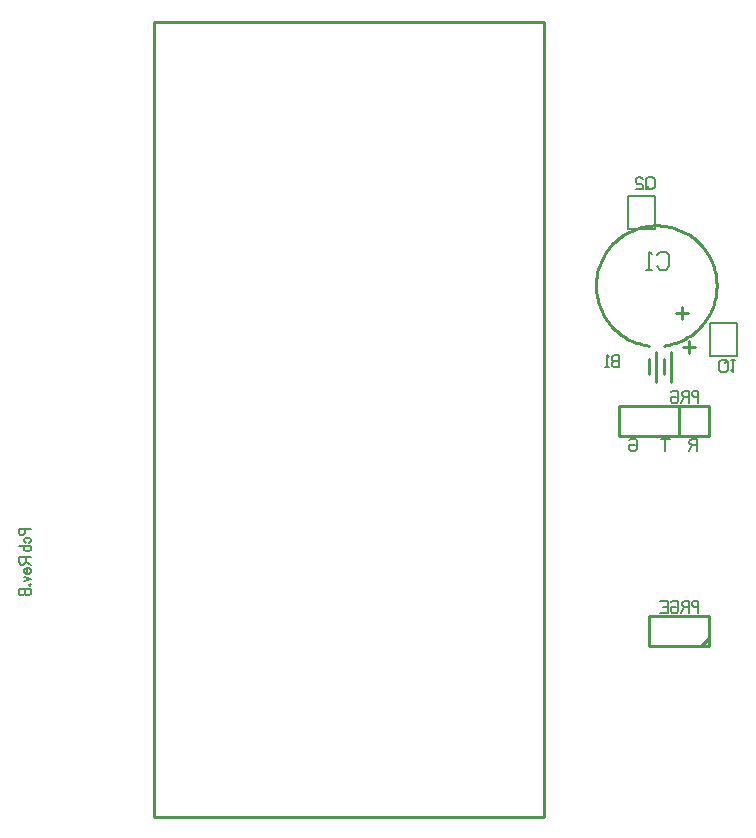
<source format=gbo>
G04 -- Generated By PCBWeb Designer*
%FSLAX24Y24*%
%MOIN*%
%OFA0B0*%
%SFA1.0B1.0*%
%AMROTRECT*21,1,$1,$2,0,0,$3*%
%AMROTOBLONG*1,1,$7,$1,$2*1,1,$7,$3,$4*21,1,$5,$6,0,0,$8*%
%ADD10C,0.025*%
%ADD11R,0.045X0.045*%
%ADD12C,0.03*%
%ADD13R,0.055X0.055*%
%ADD14C,0.045*%
%ADD15C,0.055*%
%ADD16C,0.01*%
%ADD17C,0.008*%
%ADD18C,0.024*%
%ADD19C,0.035*%
%ADD20R,0.065X0.065*%
%ADD21C,0.032*%
%ADD22C,0.065*%
%ADD23C,0.005*%
%ADD24C,0.021*%
%ADD25R,0.0591X0.0512*%
%ADD26R,0.0691X0.0612*%
%ADD27R,0.0236X0.0315*%
%ADD28R,0.0336X0.0415*%
%ADD29C,0.033*%
%ADD30C,0.033*%
%ADD31C,0.026*%
%ADD32C,0.015*%
%ADD33C,0.031*%
%ADD34C,0.052*%
%ADD35C,0.062*%
%ADD36C,0.0*%
%ADD37C,0.0275*%
G01*
%LNERASE*%
%LPC*%
G54D24*
X27150Y9100D02*
X27150Y9500D01*
X27000Y9500D01*
X26950Y9450D01*
X26950Y9350D01*
X27000Y9300D01*
X27150Y9300D01*
X26850Y9100D02*
X26850Y9500D01*
X26675Y9500D01*
X26600Y9425D01*
X26600Y9350D01*
X26675Y9275D01*
X26850Y9275D01*
X26675Y9275D02*
X26575Y9100D01*
X26225Y9450D02*
X26275Y9500D01*
X26425Y9500D01*
X26475Y9450D01*
X26475Y9150D01*
X26425Y9100D01*
X26275Y9100D01*
X26225Y9150D01*
X26225Y9300D01*
X26400Y9300D01*
X25875Y9500D02*
X26125Y9500D01*
X26125Y9100D01*
X25875Y9100D01*
X26125Y9300D02*
X25975Y9300D01*
X27150Y16100D02*
X27150Y16500D01*
X27000Y16500D01*
X26950Y16450D01*
X26950Y16350D01*
X27000Y16300D01*
X27150Y16300D01*
X26850Y16100D02*
X26850Y16500D01*
X26675Y16500D01*
X26600Y16425D01*
X26600Y16350D01*
X26675Y16275D01*
X26850Y16275D01*
X26675Y16275D02*
X26575Y16100D01*
X26225Y16450D02*
X26275Y16500D01*
X26425Y16500D01*
X26475Y16450D01*
X26475Y16150D01*
X26425Y16100D01*
X26275Y16100D01*
X26225Y16150D01*
X26225Y16300D01*
X26400Y16300D01*
X27912Y17525D02*
X27838Y17450D01*
X27838Y17200D01*
X27912Y17125D01*
X28062Y17125D01*
X28138Y17200D01*
X28138Y17450D01*
X28062Y17525D01*
X27912Y17525D01*
X27912Y17525D01*
X28138Y17525D02*
X28038Y17425D01*
X28238Y17525D02*
X28388Y17525D01*
X28312Y17525D02*
X28312Y17125D01*
X28238Y17175D01*
X25619Y23225D02*
X25694Y23300D01*
X25694Y23550D01*
X25619Y23625D01*
X25469Y23625D01*
X25394Y23550D01*
X25394Y23300D01*
X25469Y23225D01*
X25619Y23225D01*
X25619Y23225D01*
X25394Y23225D02*
X25494Y23325D01*
X25294Y23550D02*
X25219Y23625D01*
X25144Y23625D01*
X25069Y23550D01*
X25069Y23450D01*
X25119Y23400D01*
X25244Y23400D01*
X25294Y23350D01*
X25294Y23225D01*
X25069Y23225D01*
G54D31*
X27050Y17950D02*
X26650Y17950D01*
X26850Y17750D02*
X26850Y18150D01*
G54D24*
X24500Y17269D02*
X24500Y17669D01*
X24325Y17669D01*
X24275Y17619D01*
X24275Y17519D01*
X24325Y17469D01*
X24275Y17419D01*
X24275Y17319D01*
X24325Y17269D01*
X24500Y17269D01*
X24325Y17469D02*
X24500Y17469D01*
X24175Y17269D02*
X24025Y17269D01*
X24100Y17269D02*
X24100Y17669D01*
X24175Y17619D01*
G54D31*
X26600Y19300D02*
X26600Y18900D01*
X26800Y19100D02*
X26400Y19100D01*
G54D18*
X25769Y21012D02*
X25881Y21125D01*
X26069Y21125D01*
X26181Y21012D01*
X26181Y20638D01*
X26069Y20525D01*
X25881Y20525D01*
X25769Y20638D01*
X25619Y20525D02*
X25394Y20525D01*
X25506Y20525D02*
X25506Y21125D01*
X25619Y21050D01*
G54D24*
X26200Y14900D02*
X25900Y14900D01*
X26050Y14900D02*
X26050Y14500D01*
X27100Y14500D02*
X27100Y14900D01*
X26925Y14900D01*
X26850Y14825D01*
X26850Y14750D01*
X26925Y14675D01*
X27100Y14675D01*
X26925Y14675D02*
X26825Y14500D01*
X24850Y14850D02*
X24900Y14900D01*
X25050Y14900D01*
X25100Y14850D01*
X25100Y14550D01*
X25050Y14500D01*
X24900Y14500D01*
X24850Y14550D01*
X24850Y14700D01*
X25025Y14700D01*
X4900Y11900D02*
X4500Y11900D01*
X4500Y11750D01*
X4550Y11700D01*
X4650Y11700D01*
X4700Y11750D01*
X4700Y11900D01*
X4725Y11425D02*
X4675Y11475D01*
X4675Y11550D01*
X4725Y11600D01*
X4850Y11600D01*
X4900Y11550D01*
X4900Y11475D01*
X4850Y11425D01*
X4900Y11325D02*
X4500Y11325D01*
X4850Y11325D02*
X4900Y11275D01*
X4900Y11200D01*
X4850Y11150D01*
X4725Y11150D01*
X4675Y11200D01*
X4675Y11275D01*
X4725Y11325D01*
X4900Y10950D02*
X4500Y10950D01*
X4500Y10775D01*
X4575Y10700D01*
X4650Y10700D01*
X4725Y10775D01*
X4725Y10950D01*
X4725Y10775D02*
X4900Y10675D01*
X4850Y10400D02*
X4900Y10450D01*
X4900Y10525D01*
X4850Y10575D01*
X4725Y10575D01*
X4675Y10525D01*
X4675Y10450D01*
X4725Y10400D01*
X4775Y10400D01*
X4775Y10575D01*
X4675Y10300D02*
X4900Y10225D01*
X4675Y10150D01*
X4875Y10050D02*
X4900Y10025D01*
X4875Y10000D01*
X4850Y10025D01*
X4875Y10050D01*
X4900Y9900D02*
X4500Y9900D01*
X4500Y9725D01*
X4550Y9675D01*
X4650Y9675D01*
X4700Y9725D01*
X4750Y9675D01*
X4850Y9675D01*
X4900Y9725D01*
X4900Y9900D01*
X4700Y9725D02*
X4700Y9900D01*
%LNSTD*%
%LPD*%
G54D16*
X27500Y9000D02*
X27500Y8000D01*
X25500Y8000D01*
X25500Y9000D01*
X27500Y9000D01*
G54D23*
X27150Y9100D02*
X27150Y9500D01*
X27000Y9500D01*
X26950Y9450D01*
X26950Y9350D01*
X27000Y9300D01*
X27150Y9300D01*
X26850Y9100D02*
X26850Y9500D01*
X26675Y9500D01*
X26600Y9425D01*
X26600Y9350D01*
X26675Y9275D01*
X26850Y9275D01*
X26675Y9275D02*
X26575Y9100D01*
X26225Y9450D02*
X26275Y9500D01*
X26425Y9500D01*
X26475Y9450D01*
X26475Y9150D01*
X26425Y9100D01*
X26275Y9100D01*
X26225Y9150D01*
X26225Y9300D01*
X26400Y9300D01*
X25875Y9500D02*
X26125Y9500D01*
X26125Y9100D01*
X25875Y9100D01*
X26125Y9300D02*
X25975Y9300D01*
G54D16*
X27500Y8250D02*
X27250Y8000D01*
X27500Y16000D02*
X27500Y15000D01*
X24500Y15000D01*
X24500Y16000D01*
X27500Y16000D01*
G54D23*
X27150Y16100D02*
X27150Y16500D01*
X27000Y16500D01*
X26950Y16450D01*
X26950Y16350D01*
X27000Y16300D01*
X27150Y16300D01*
X26850Y16100D02*
X26850Y16500D01*
X26675Y16500D01*
X26600Y16425D01*
X26600Y16350D01*
X26675Y16275D01*
X26850Y16275D01*
X26675Y16275D02*
X26575Y16100D01*
X26225Y16450D02*
X26275Y16500D01*
X26425Y16500D01*
X26475Y16450D01*
X26475Y16150D01*
X26425Y16100D01*
X26275Y16100D01*
X26225Y16150D01*
X26225Y16300D01*
X26400Y16300D01*
G54D16*
X26500Y16000D02*
X26500Y15000D01*
G54D23*
X28250Y18750D02*
X28250Y18750D01*
X27550Y18750D01*
X27550Y17650D01*
X28450Y17650D01*
X28450Y18750D01*
X28250Y18750D01*
X27912Y17525D02*
X27838Y17450D01*
X27838Y17200D01*
X27912Y17125D01*
X28062Y17125D01*
X28138Y17200D01*
X28138Y17450D01*
X28062Y17525D01*
X27912Y17525D01*
X27912Y17525D01*
X28138Y17525D02*
X28038Y17425D01*
X28238Y17525D02*
X28388Y17525D01*
X28312Y17525D02*
X28312Y17125D01*
X28238Y17175D01*
X25500Y23000D02*
X25500Y23000D01*
X24800Y23000D01*
X24800Y21900D01*
X25700Y21900D01*
X25700Y23000D01*
X25500Y23000D01*
X25619Y23225D02*
X25694Y23300D01*
X25694Y23550D01*
X25619Y23625D01*
X25469Y23625D01*
X25394Y23550D01*
X25394Y23300D01*
X25469Y23225D01*
X25619Y23225D01*
X25619Y23225D01*
X25394Y23225D02*
X25494Y23325D01*
X25294Y23550D02*
X25219Y23625D01*
X25144Y23625D01*
X25069Y23550D01*
X25069Y23450D01*
X25119Y23400D01*
X25244Y23400D01*
X25294Y23350D01*
X25294Y23225D01*
X25069Y23225D01*
G54D16*
X27050Y17950D02*
X26650Y17950D01*
X26850Y17750D02*
X26850Y18150D01*
X26250Y16800D02*
X26250Y17800D01*
X26000Y17050D02*
X26000Y17550D01*
X25750Y16800D02*
X25750Y17800D01*
X25500Y17050D02*
X25500Y17550D01*
G54D23*
X24500Y17269D02*
X24500Y17669D01*
X24325Y17669D01*
X24275Y17619D01*
X24275Y17519D01*
X24325Y17469D01*
X24275Y17419D01*
X24275Y17319D01*
X24325Y17269D01*
X24500Y17269D01*
X24325Y17469D02*
X24500Y17469D01*
X24175Y17269D02*
X24025Y17269D01*
X24100Y17269D02*
X24100Y17669D01*
X24175Y17619D01*
G54D16*
X9000Y2300D02*
X9000Y28800D01*
X22000Y28800D01*
X22000Y2300D01*
X9000Y2300D01*
X26000Y18000D02*
X26083Y18012D01*
X26166Y18028D01*
X26248Y18047D01*
X26330Y18070D01*
X26410Y18096D01*
X26489Y18125D01*
X26566Y18158D01*
X26643Y18193D01*
X26717Y18232D01*
X26791Y18274D01*
X26862Y18320D01*
X26931Y18368D01*
X26998Y18418D01*
X27063Y18472D01*
X27126Y18528D01*
X27186Y18587D01*
X27244Y18649D01*
X27299Y18713D01*
X27351Y18779D01*
X27401Y18847D01*
X27448Y18917D01*
X27491Y18989D01*
X27532Y19063D01*
X27570Y19138D01*
X27604Y19215D01*
X27635Y19294D01*
X27663Y19373D01*
X27687Y19454D01*
X27708Y19535D01*
X27726Y19618D01*
X27740Y19701D01*
X27751Y19785D01*
X27758Y19869D01*
X27761Y19953D01*
X27761Y20037D01*
X27758Y20121D01*
X27751Y20205D01*
X27740Y20289D01*
X27726Y20372D01*
X27709Y20455D01*
X27688Y20536D01*
X27664Y20617D01*
X27636Y20697D01*
X27605Y20775D01*
X27571Y20852D01*
X27533Y20927D01*
X27493Y21001D01*
X27449Y21073D01*
X27402Y21144D01*
X27353Y21212D01*
X27300Y21278D01*
X27245Y21342D01*
X27188Y21403D01*
X27127Y21462D01*
X27065Y21519D01*
X27000Y21572D01*
X26933Y21623D01*
X26864Y21671D01*
X26792Y21717D01*
X26719Y21759D01*
X26645Y21798D01*
X26569Y21834D01*
X26491Y21866D01*
X26412Y21896D01*
X26332Y21922D01*
X26250Y21945D01*
X26168Y21964D01*
X26086Y21980D01*
X26002Y21992D01*
X25918Y22001D01*
X25834Y22006D01*
X25750Y22008D01*
X25666Y22006D01*
X25582Y22001D01*
X25498Y21992D01*
X25414Y21980D01*
X25332Y21964D01*
X25250Y21945D01*
X25168Y21922D01*
X25088Y21896D01*
X25009Y21866D01*
X24931Y21834D01*
X24855Y21798D01*
X24781Y21759D01*
X24708Y21717D01*
X24636Y21671D01*
X24567Y21623D01*
X24500Y21572D01*
X24435Y21519D01*
X24373Y21462D01*
X24312Y21403D01*
X24255Y21342D01*
X24200Y21278D01*
X24147Y21212D01*
X24098Y21144D01*
X24051Y21073D01*
X24007Y21001D01*
X23967Y20927D01*
X23929Y20852D01*
X23895Y20775D01*
X23864Y20697D01*
X23836Y20617D01*
X23812Y20536D01*
X23791Y20455D01*
X23774Y20372D01*
X23760Y20289D01*
X23749Y20205D01*
X23742Y20121D01*
X23739Y20037D01*
X23739Y19953D01*
X23742Y19869D01*
X23749Y19785D01*
X23760Y19701D01*
X23774Y19618D01*
X23792Y19535D01*
X23813Y19454D01*
X23837Y19373D01*
X23865Y19294D01*
X23896Y19215D01*
X23930Y19138D01*
X23968Y19063D01*
X24009Y18989D01*
X24052Y18917D01*
X24099Y18847D01*
X24149Y18779D01*
X24201Y18713D01*
X24256Y18649D01*
X24314Y18587D01*
X24374Y18528D01*
X24437Y18472D01*
X24502Y18418D01*
X24569Y18368D01*
X24638Y18320D01*
X24709Y18274D01*
X24783Y18232D01*
X24857Y18193D01*
X24934Y18158D01*
X25011Y18125D01*
X25090Y18096D01*
X25170Y18070D01*
X25252Y18047D01*
X25334Y18028D01*
X25417Y18012D01*
X25500Y18000D01*
X25500Y18000D01*
X26600Y19300D02*
X26600Y18900D01*
X26800Y19100D02*
X26400Y19100D01*
G54D17*
X25769Y21012D02*
X25881Y21125D01*
X26069Y21125D01*
X26181Y21012D01*
X26181Y20638D01*
X26069Y20525D01*
X25881Y20525D01*
X25769Y20638D01*
X25619Y20525D02*
X25394Y20525D01*
X25506Y20525D02*
X25506Y21125D01*
X25619Y21050D01*
G54D23*
X26200Y14900D02*
X25900Y14900D01*
X26050Y14900D02*
X26050Y14500D01*
X27100Y14500D02*
X27100Y14900D01*
X26925Y14900D01*
X26850Y14825D01*
X26850Y14750D01*
X26925Y14675D01*
X27100Y14675D01*
X26925Y14675D02*
X26825Y14500D01*
X24850Y14850D02*
X24900Y14900D01*
X25050Y14900D01*
X25100Y14850D01*
X25100Y14550D01*
X25050Y14500D01*
X24900Y14500D01*
X24850Y14550D01*
X24850Y14700D01*
X25025Y14700D01*
X4900Y11900D02*
X4500Y11900D01*
X4500Y11750D01*
X4550Y11700D01*
X4650Y11700D01*
X4700Y11750D01*
X4700Y11900D01*
X4725Y11425D02*
X4675Y11475D01*
X4675Y11550D01*
X4725Y11600D01*
X4850Y11600D01*
X4900Y11550D01*
X4900Y11475D01*
X4850Y11425D01*
X4900Y11325D02*
X4500Y11325D01*
X4850Y11325D02*
X4900Y11275D01*
X4900Y11200D01*
X4850Y11150D01*
X4725Y11150D01*
X4675Y11200D01*
X4675Y11275D01*
X4725Y11325D01*
X4900Y10950D02*
X4500Y10950D01*
X4500Y10775D01*
X4575Y10700D01*
X4650Y10700D01*
X4725Y10775D01*
X4725Y10950D01*
X4725Y10775D02*
X4900Y10675D01*
X4850Y10400D02*
X4900Y10450D01*
X4900Y10525D01*
X4850Y10575D01*
X4725Y10575D01*
X4675Y10525D01*
X4675Y10450D01*
X4725Y10400D01*
X4775Y10400D01*
X4775Y10575D01*
X4675Y10300D02*
X4900Y10225D01*
X4675Y10150D01*
X4875Y10050D02*
X4900Y10025D01*
X4875Y10000D01*
X4850Y10025D01*
X4875Y10050D01*
X4900Y9900D02*
X4500Y9900D01*
X4500Y9725D01*
X4550Y9675D01*
X4650Y9675D01*
X4700Y9725D01*
X4750Y9675D01*
X4850Y9675D01*
X4900Y9725D01*
X4900Y9900D01*
X4700Y9725D02*
X4700Y9900D01*
M02*

</source>
